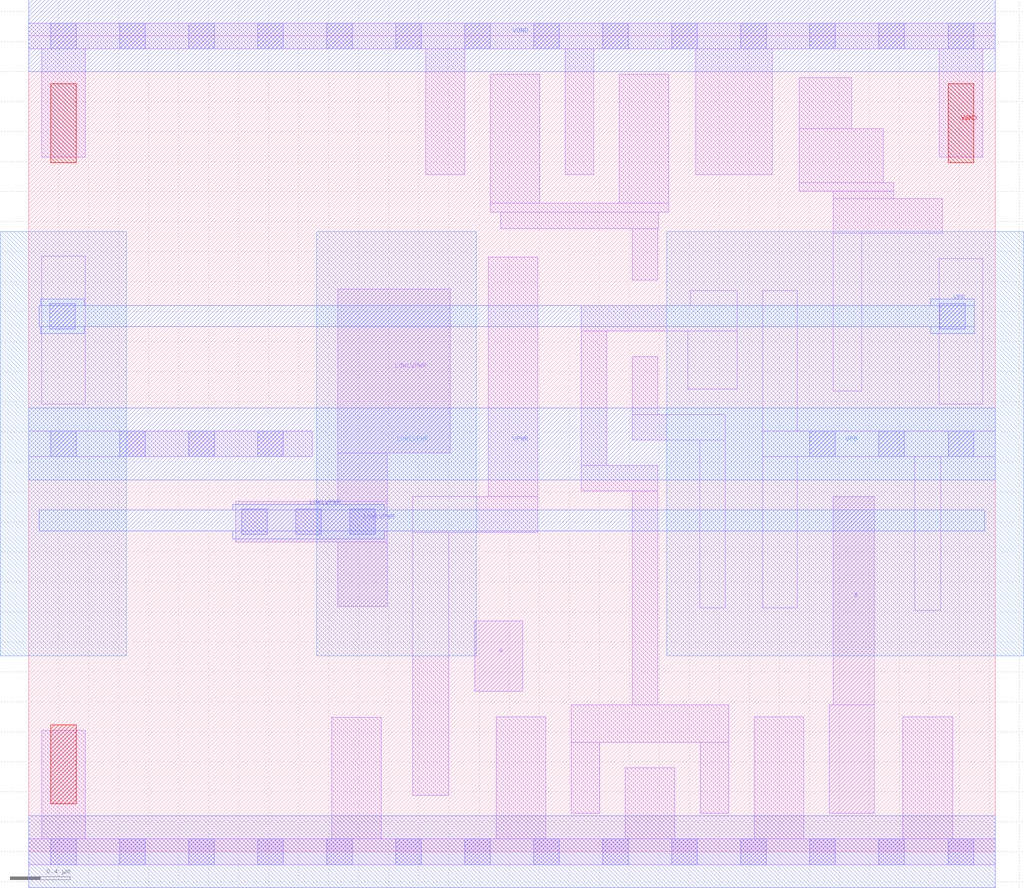
<source format=lef>
# Copyright 2020 The SkyWater PDK Authors
#
# Licensed under the Apache License, Version 2.0 (the "License");
# you may not use this file except in compliance with the License.
# You may obtain a copy of the License at
#
#     https://www.apache.org/licenses/LICENSE-2.0
#
# Unless required by applicable law or agreed to in writing, software
# distributed under the License is distributed on an "AS IS" BASIS,
# WITHOUT WARRANTIES OR CONDITIONS OF ANY KIND, either express or implied.
# See the License for the specific language governing permissions and
# limitations under the License.
#
# SPDX-License-Identifier: Apache-2.0

VERSION 5.7 ;
  NOWIREEXTENSIONATPIN ON ;
  DIVIDERCHAR "/" ;
  BUSBITCHARS "[]" ;
MACRO sky130_fd_sc_hd__lpflow_lsbuf_lh_isowell_tap_2
  CLASS CORE WELLTAP ;
  FOREIGN sky130_fd_sc_hd__lpflow_lsbuf_lh_isowell_tap_2 ;
  ORIGIN  0.000000  0.000000 ;
  SIZE  6.440000 BY  5.440000 ;
  SYMMETRY X Y R90 ;
  SITE unithd ;
  PIN A
    ANTENNAGATEAREA  0.603000 ;
    DIRECTION INPUT ;
    USE SIGNAL ;
    PORT
      LAYER li1 ;
        RECT 2.970000 1.070000 3.290000 1.540000 ;
    END
  END A
  PIN X
    ANTENNADIFFAREA  0.610500 ;
    DIRECTION OUTPUT ;
    USE SIGNAL ;
    PORT
      LAYER li1 ;
        RECT 5.335000 0.255000 5.635000 0.980000 ;
        RECT 5.360000 0.980000 5.635000 2.370000 ;
    END
  END X
  PIN LOWLVPWR
    DIRECTION INOUT ;
    SHAPE ABUTMENT ;
    USE POWER ;
    PORT
      LAYER li1 ;
        RECT 1.380000 2.065000 2.390000 2.335000 ;
        RECT 2.060000 1.635000 2.390000 2.065000 ;
        RECT 2.060000 2.335000 2.390000 2.660000 ;
        RECT 2.060000 2.660000 2.810000 3.750000 ;
      LAYER mcon ;
        RECT 1.420000 2.115000 1.590000 2.285000 ;
        RECT 1.780000 2.115000 1.950000 2.285000 ;
        RECT 2.140000 2.115000 2.310000 2.285000 ;
    END
    PORT
      LAYER met1 ;
        RECT 0.070000 2.140000 6.370000 2.280000 ;
        RECT 1.360000 2.085000 2.370000 2.140000 ;
        RECT 1.360000 2.280000 2.370000 2.315000 ;
      LAYER nwell ;
        RECT 1.920000 1.305000 2.980000 4.135000 ;
    END
  END LOWLVPWR
  PIN VGND
    DIRECTION INOUT ;
    SHAPE ABUTMENT ;
    USE GROUND ;
    PORT
      LAYER met1 ;
        RECT 0.000000 5.200000 6.440000 5.680000 ;
      LAYER pwell ;
        RECT 0.145000 4.595000 0.315000 5.120000 ;
        RECT 6.125000 4.595000 6.295000 5.120000 ;
    END
  END VGND
  PIN VPB
    DIRECTION INOUT ;
    USE POWER ;
    PORT
      LAYER met1 ;
        RECT 0.070000 3.500000 6.300000 3.640000 ;
        RECT 0.080000 3.455000 0.370000 3.500000 ;
        RECT 0.080000 3.640000 0.370000 3.685000 ;
        RECT 6.010000 3.455000 6.300000 3.500000 ;
        RECT 6.010000 3.640000 6.300000 3.685000 ;
      LAYER nwell ;
        RECT -0.190000 1.305000 0.650000 4.135000 ;
        RECT  4.250000 1.305000 6.630000 4.135000 ;
    END
  END VPB
  PIN VPWR
    DIRECTION INOUT ;
    SHAPE ABUTMENT ;
    USE POWER ;
    PORT
      LAYER met1 ;
        RECT 0.000000 2.480000 6.440000 2.960000 ;
    END
  END VPWR
  OBS
    LAYER li1 ;
      RECT 0.000000 -0.085000 6.440000 0.085000 ;
      RECT 0.000000  2.635000 1.890000 2.805000 ;
      RECT 0.000000  5.355000 6.440000 5.525000 ;
      RECT 0.085000  0.085000 0.375000 0.810000 ;
      RECT 0.085000  2.985000 0.375000 3.970000 ;
      RECT 0.085000  4.630000 0.375000 5.355000 ;
      RECT 2.020000  0.085000 2.350000 0.895000 ;
      RECT 2.560000  0.375000 2.800000 2.130000 ;
      RECT 2.560000  2.130000 3.390000 2.370000 ;
      RECT 2.645000  4.515000 2.905000 5.355000 ;
      RECT 3.060000  2.370000 3.390000 3.965000 ;
      RECT 3.075000  4.265000 4.265000 4.325000 ;
      RECT 3.075000  4.325000 3.405000 5.185000 ;
      RECT 3.115000  0.085000 3.445000 0.900000 ;
      RECT 3.145000  4.155000 4.195000 4.265000 ;
      RECT 3.575000  4.515000 3.765000 5.355000 ;
      RECT 3.615000  0.255000 3.805000 0.730000 ;
      RECT 3.615000  0.730000 4.665000 0.980000 ;
      RECT 3.680000  2.405000 4.190000 2.575000 ;
      RECT 3.680000  2.575000 3.850000 3.470000 ;
      RECT 3.680000  3.470000 4.720000 3.640000 ;
      RECT 3.935000  4.325000 4.265000 5.185000 ;
      RECT 3.975000  0.085000 4.305000 0.560000 ;
      RECT 4.020000  0.980000 4.190000 2.405000 ;
      RECT 4.020000  2.745000 4.640000 2.915000 ;
      RECT 4.020000  2.915000 4.190000 3.300000 ;
      RECT 4.020000  3.810000 4.190000 4.155000 ;
      RECT 4.390000  3.085000 4.720000 3.470000 ;
      RECT 4.410000  3.640000 4.720000 3.740000 ;
      RECT 4.445000  4.515000 4.955000 5.355000 ;
      RECT 4.470000  1.625000 4.640000 2.745000 ;
      RECT 4.475000  0.255000 4.665000 0.730000 ;
      RECT 4.835000  0.085000 5.165000 0.900000 ;
      RECT 4.890000  1.625000 5.120000 2.635000 ;
      RECT 4.890000  2.635000 6.440000 2.805000 ;
      RECT 4.890000  2.805000 5.120000 3.740000 ;
      RECT 5.135000  4.405000 5.765000 4.460000 ;
      RECT 5.135000  4.460000 5.695000 4.820000 ;
      RECT 5.135000  4.820000 5.485000 5.160000 ;
      RECT 5.360000  3.070000 5.550000 4.125000 ;
      RECT 5.360000  4.125000 6.085000 4.355000 ;
      RECT 5.360000  4.355000 5.765000 4.405000 ;
      RECT 5.825000  0.085000 6.155000 0.900000 ;
      RECT 5.905000  1.610000 6.075000 2.635000 ;
      RECT 6.065000  2.985000 6.355000 3.955000 ;
      RECT 6.065000  4.630000 6.355000 5.355000 ;
    LAYER mcon ;
      RECT 0.140000  3.485000 0.310000 3.655000 ;
      RECT 0.145000 -0.085000 0.315000 0.085000 ;
      RECT 0.145000  2.635000 0.315000 2.805000 ;
      RECT 0.145000  5.355000 0.315000 5.525000 ;
      RECT 0.605000 -0.085000 0.775000 0.085000 ;
      RECT 0.605000  2.635000 0.775000 2.805000 ;
      RECT 0.605000  5.355000 0.775000 5.525000 ;
      RECT 1.065000 -0.085000 1.235000 0.085000 ;
      RECT 1.065000  2.635000 1.235000 2.805000 ;
      RECT 1.065000  5.355000 1.235000 5.525000 ;
      RECT 1.525000 -0.085000 1.695000 0.085000 ;
      RECT 1.525000  2.635000 1.695000 2.805000 ;
      RECT 1.525000  5.355000 1.695000 5.525000 ;
      RECT 1.985000 -0.085000 2.155000 0.085000 ;
      RECT 1.985000  5.355000 2.155000 5.525000 ;
      RECT 2.445000 -0.085000 2.615000 0.085000 ;
      RECT 2.445000  5.355000 2.615000 5.525000 ;
      RECT 2.905000 -0.085000 3.075000 0.085000 ;
      RECT 2.905000  5.355000 3.075000 5.525000 ;
      RECT 3.365000 -0.085000 3.535000 0.085000 ;
      RECT 3.365000  5.355000 3.535000 5.525000 ;
      RECT 3.825000 -0.085000 3.995000 0.085000 ;
      RECT 3.825000  5.355000 3.995000 5.525000 ;
      RECT 4.285000 -0.085000 4.455000 0.085000 ;
      RECT 4.285000  5.355000 4.455000 5.525000 ;
      RECT 4.745000 -0.085000 4.915000 0.085000 ;
      RECT 4.745000  5.355000 4.915000 5.525000 ;
      RECT 5.205000 -0.085000 5.375000 0.085000 ;
      RECT 5.205000  2.635000 5.375000 2.805000 ;
      RECT 5.205000  5.355000 5.375000 5.525000 ;
      RECT 5.665000 -0.085000 5.835000 0.085000 ;
      RECT 5.665000  2.635000 5.835000 2.805000 ;
      RECT 5.665000  5.355000 5.835000 5.525000 ;
      RECT 6.070000  3.485000 6.240000 3.655000 ;
      RECT 6.125000 -0.085000 6.295000 0.085000 ;
      RECT 6.125000  2.635000 6.295000 2.805000 ;
      RECT 6.125000  5.355000 6.295000 5.525000 ;
    LAYER met1 ;
      RECT 0.000000 -0.240000 6.440000 0.240000 ;
    LAYER pwell ;
      RECT 0.145000 0.320000 0.315000 0.845000 ;
  END
END sky130_fd_sc_hd__lpflow_lsbuf_lh_isowell_tap_2
END LIBRARY

</source>
